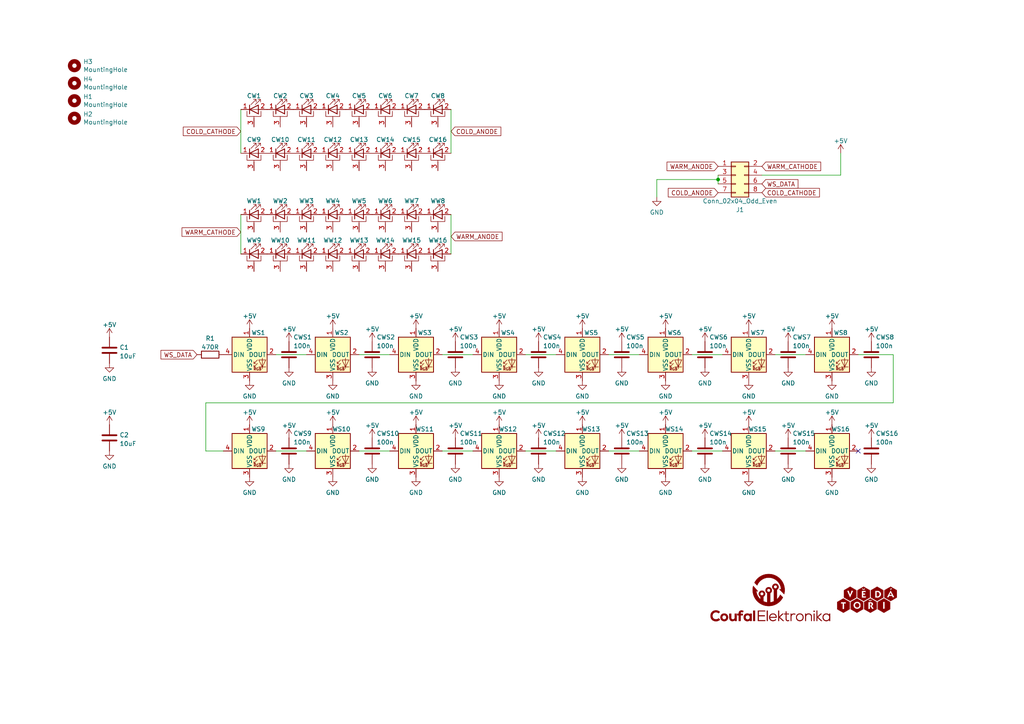
<source format=kicad_sch>
(kicad_sch (version 20230121) (generator eeschema)
  (paper "A4")
  (lib_symbols
    (symbol "Connector_Generic:Conn_02x04_Odd_Even" (pin_names (offset 1.016) hide)
      (property "Reference" "J" (at 1.27 5.08 0))
      (property "Value" "Conn_02x04_Odd_Even" (at 1.27 -7.62 0))
      (symbol "Conn_02x04_Odd_Even_1_1"
        (pin passive line (at -5.08 2.54 0) (length 3.81) (name "Pin_1") (number "1"))
        (pin passive line (at 7.62 2.54 180) (length 3.81) (name "Pin_2") (number "2"))
        (pin passive line (at -5.08 0 0) (length 3.81) (name "Pin_3") (number "3"))
        (pin passive line (at 7.62 0 180) (length 3.81) (name "Pin_4") (number "4"))
        (pin passive line (at -5.08 -2.54 0) (length 3.81) (name "Pin_5") (number "5"))
        (pin passive line (at 7.62 -2.54 180) (length 3.81) (name "Pin_6") (number "6"))
        (pin passive line (at -5.08 -5.08 0) (length 3.81) (name "Pin_7") (number "7"))
        (pin passive line (at 7.62 -5.08 180) (length 3.81) (name "Pin_8") (number "8"))
      )
    )
    (symbol "Device:C" (pin_numbers hide) (pin_names (offset 0.254))
      (property "Reference" "C" (at 0.635 2.54 0))
      (property "Value" "C" (at 0.635 -2.54 0))
      (symbol "C_1_1"
        (pin passive line (at 0 3.81 270) (length 2.794) (name "~") (number "1"))
        (pin passive line (at 0 -3.81 90) (length 2.794) (name "~") (number "2"))
      )
    )
    (symbol "Device:LED_Pad" (pin_names (offset 1.016) hide)
      (property "Reference" "D" (at 0 5.715 0))
      (property "Value" "LED_Pad" (at 0 3.81 0))
      (symbol "LED_Pad_1_1"
        (pin passive line (at -3.81 0 0) (length 2.54) (name "K") (number "1"))
        (pin passive line (at 3.81 0 180) (length 2.54) (name "A") (number "2"))
        (pin passive line (at 0 -5.08 90) (length 2.54) (name "PAD") (number "3"))
      )
    )
    (symbol "Device:R" (pin_numbers hide) (pin_names (offset 0))
      (property "Reference" "R" (at 2.032 0 90))
      (property "Value" "R" (at 0 0 90))
      (symbol "R_1_1"
        (pin passive line (at 0 3.81 270) (length 1.27) (name "~") (number "1"))
        (pin passive line (at 0 -3.81 90) (length 1.27) (name "~") (number "2"))
      )
    )
    (symbol "LED:WS2812B" (pin_names (offset 0.254))
      (property "Reference" "D" (at 5.08 5.715 0))
      (property "Value" "WS2812B" (at 1.27 -5.715 0))
      (symbol "WS2812B_0_0"
        (text "RGB" (at 2.286 -4.191 0) (effects (font (size 0.762 0.762))))
      )
      (symbol "WS2812B_1_1"
        (pin power_in line (at 0 7.62 270) (length 2.54) (name "VDD") (number "1"))
        (pin output line (at 7.62 0 180) (length 2.54) (name "DOUT") (number "2"))
        (pin power_in line (at 0 -7.62 90) (length 2.54) (name "VSS") (number "3"))
        (pin input line (at -7.62 0 0) (length 2.54) (name "DIN") (number "4"))
      )
    )
    (symbol "Mechanical:MountingHole" (pin_names (offset 1.016))
      (property "Reference" "H" (at 0 5.08 0))
      (property "Value" "MountingHole" (at 0 3.175 0))
    )
    (symbol "Time-O-Mat_Library:CoufalElektronika_logo" (pin_names (offset 1.016)))
    (symbol "Time-O-Mat_Library:Vedatori_logo" (pin_names (offset 1.016)))
    (symbol "power:+5V" (power) (pin_names (offset 0))
      (property "Value" "+5V" (at 0 3.556 0))
      (symbol "+5V_1_1"
        (pin power_in line (at 0 0 90) (length 0) hide (name "+5V") (number "1"))
      )
    )
    (symbol "power:GND" (power) (pin_names (offset 0))
      (property "Value" "GND" (at 0 -3.81 0))
      (symbol "GND_1_1"
        (pin power_in line (at 0 0 270) (length 0) hide (name "GND") (number "1"))
      )
    )
  )
  (junction (at 208.28 52.07))
  (no_connect (at 248.92 130.81))
  (wire (pts (xy 80.01 130.81) (xy 88.9 130.81)))
  (wire (pts (xy 208.28 52.07) (xy 208.28 50.8)))
  (wire (pts (xy 152.4 130.81) (xy 161.29 130.81)))
  (wire (pts (xy 200.66 102.87) (xy 209.55 102.87)))
  (wire (pts (xy 208.28 52.07) (xy 190.5 52.07)))
  (wire (pts (xy 243.84 44.45) (xy 243.84 50.8)))
  (wire (pts (xy 176.53 102.87) (xy 185.42 102.87)))
  (wire (pts (xy 152.4 102.87) (xy 161.29 102.87)))
  (wire (pts (xy 80.01 102.87) (xy 88.9 102.87)))
  (wire (pts (xy 59.69 116.84) (xy 59.69 130.81)))
  (wire (pts (xy 130.81 62.23) (xy 130.81 73.66)))
  (wire (pts (xy 243.84 50.8) (xy 220.98 50.8)))
  (wire (pts (xy 208.28 53.34) (xy 208.28 52.07)))
  (wire (pts (xy 190.5 52.07) (xy 190.5 57.15)))
  (wire (pts (xy 128.27 130.81) (xy 137.16 130.81)))
  (wire (pts (xy 59.69 130.81) (xy 64.77 130.81)))
  (wire (pts (xy 128.27 102.87) (xy 137.16 102.87)))
  (wire (pts (xy 176.53 130.81) (xy 185.42 130.81)))
  (wire (pts (xy 224.79 102.87) (xy 233.68 102.87)))
  (wire (pts (xy 130.81 31.75) (xy 130.81 44.45)))
  (wire (pts (xy 224.79 130.81) (xy 233.68 130.81)))
  (wire (pts (xy 259.08 102.87) (xy 259.08 116.84)))
  (wire (pts (xy 69.85 62.23) (xy 69.85 73.66)))
  (wire (pts (xy 104.14 102.87) (xy 113.03 102.87)))
  (wire (pts (xy 259.08 116.84) (xy 59.69 116.84)))
  (wire (pts (xy 104.14 130.81) (xy 113.03 130.81)))
  (wire (pts (xy 248.92 102.87) (xy 259.08 102.87)))
  (wire (pts (xy 69.85 31.75) (xy 69.85 44.45)))
  (wire (pts (xy 200.66 130.81) (xy 209.55 130.81)))
  (global_label "WARM_CATHODE" (shape input) (at 69.85 67.31 180) (property "Intersheetrefs" "${INTERSHEET_REFS}" (effects hide)))
  (global_label "WARM_ANODE" (shape input) (at 130.81 68.58 0) (property "Intersheetrefs" "${INTERSHEET_REFS}" (effects hide)))
  (global_label "COLD_CATHODE" (shape input) (at 69.85 38.1 180) (property "Intersheetrefs" "${INTERSHEET_REFS}" (effects hide)))
  (global_label "WARM_ANODE" (shape input) (at 208.28 48.26 180) (property "Intersheetrefs" "${INTERSHEET_REFS}" (effects hide)))
  (global_label "COLD_ANODE" (shape input) (at 208.28 55.88 180) (property "Intersheetrefs" "${INTERSHEET_REFS}" (effects hide)))
  (global_label "WS_DATA" (shape input) (at 220.98 53.34 0) (property "Intersheetrefs" "${INTERSHEET_REFS}" (effects hide)))
  (global_label "WS_DATA" (shape input) (at 57.15 102.87 180) (property "Intersheetrefs" "${INTERSHEET_REFS}" (effects hide)))
  (global_label "WARM_CATHODE" (shape input) (at 220.98 48.26 0) (property "Intersheetrefs" "${INTERSHEET_REFS}" (effects hide)))
  (global_label "COLD_CATHODE" (shape input) (at 220.98 55.88 0) (property "Intersheetrefs" "${INTERSHEET_REFS}" (effects hide)))
  (global_label "COLD_ANODE" (shape input) (at 130.81 38.1 0) (property "Intersheetrefs" "${INTERSHEET_REFS}" (effects hide)))
  (symbol (lib_id "LED:WS2812B") (at 72.39 102.87 0) (unit 1)
    (property "Reference" "WS1" (at 74.93 96.52 0))
    (property "Value" "XL-5050RGBC-WS2812B" (effects hide))
    (property "Footprint" "LED_SMD:LED_WS2812B_PLCC4_5.0x5.0mm_P3.2mm" (effects hide))
    (property "Datasheet" "https://cdn-shop.adafruit.com/datasheets/WS2812B.pdf" (effects hide))
    (property "LCSC" "C2843785" (effects hide))
  )
  (symbol (lib_id "power:GND") (at 132.08 106.68 0) (unit 1)
    (property "Reference" "#PWR019" (effects hide))
    (property "Value" "GND" (at 132.08 111.1234 0))
  )
  (symbol (lib_id "LED:WS2812B") (at 120.65 102.87 0) (unit 1)
    (property "Reference" "WS3" (at 123.19 96.52 0))
    (property "Value" "XL-5050RGBC-WS2812B" (effects hide))
    (property "Footprint" "LED_SMD:LED_WS2812B_PLCC4_5.0x5.0mm_P3.2mm" (effects hide))
    (property "Datasheet" "https://cdn-shop.adafruit.com/datasheets/WS2812B.pdf" (effects hide))
    (property "LCSC" "C2843785" (effects hide))
  )
  (symbol (lib_id "power:GND") (at 83.82 134.62 0) (unit 1)
    (property "Reference" "#PWR049" (effects hide))
    (property "Value" "GND" (at 83.82 139.0634 0))
  )
  (symbol (lib_id "Device:C") (at 252.73 130.81 0) (unit 1)
    (property "Reference" "CWS16" (at 254 125.73 0) (effects (justify left)))
    (property "Value" "100n" (at 254 128.2669 0) (effects (justify left)))
    (property "Footprint" "Capacitor_SMD:C_0402_1005Metric" (effects hide))
    (property "LCSC" "C1525" (effects hide))
  )
  (symbol (lib_id "Device:LED_Pad") (at 96.52 31.75 0) (unit 1)
    (property "Reference" "CW4" (at 96.52 27.7932 0))
    (property "Value" "HL-A-5730D1W-S1-08-HR3(LY)" (effects hide))
    (property "Footprint" "PaLampa_Library:HL-A-5730" (effects hide))
    (property "LCSC" "C210348" (effects hide))
  )
  (symbol (lib_id "Device:LED_Pad") (at 104.14 44.45 0) (unit 1)
    (property "Reference" "CW13" (at 104.14 40.4932 0))
    (property "Value" "HL-A-5730D1W-S1-08-HR3(LY)" (effects hide))
    (property "Footprint" "PaLampa_Library:HL-A-5730" (effects hide))
    (property "LCSC" "C210348" (effects hide))
  )
  (symbol (lib_id "Device:C") (at 132.08 102.87 0) (unit 1)
    (property "Reference" "CWS3" (at 133.35 97.79 0) (effects (justify left)))
    (property "Value" "100n" (at 133.35 100.3269 0) (effects (justify left)))
    (property "Footprint" "Capacitor_SMD:C_0402_1005Metric" (effects hide))
    (property "LCSC" "C1525" (effects hide))
  )
  (symbol (lib_id "Device:LED_Pad") (at 119.38 62.23 0) (unit 1)
    (property "Reference" "WW7" (at 119.38 58.2732 0))
    (property "Value" "HL-A-5730D34W-S1-08-HR3(LY)" (effects hide))
    (property "Footprint" "PaLampa_Library:HL-A-5730" (effects hide))
    (property "LCSC" "C210345" (effects hide))
  )
  (symbol (lib_id "power:+5V") (at 241.3 95.25 0) (unit 1)
    (property "Reference" "#PWR08" (effects hide))
    (property "Value" "+5V" (at 241.3 91.6742 0))
  )
  (symbol (lib_id "power:GND") (at 204.47 134.62 0) (unit 1)
    (property "Reference" "#PWR054" (effects hide))
    (property "Value" "GND" (at 204.47 139.0634 0))
  )
  (symbol (lib_id "Device:C") (at 204.47 102.87 0) (unit 1)
    (property "Reference" "CWS6" (at 205.74 97.79 0) (effects (justify left)))
    (property "Value" "100n" (at 205.74 100.3269 0) (effects (justify left)))
    (property "Footprint" "Capacitor_SMD:C_0402_1005Metric" (effects hide))
    (property "LCSC" "C1525" (effects hide))
  )
  (symbol (lib_id "Device:C") (at 132.08 130.81 0) (unit 1)
    (property "Reference" "CWS11" (at 133.35 125.73 0) (effects (justify left)))
    (property "Value" "100n" (at 133.35 128.2669 0) (effects (justify left)))
    (property "Footprint" "Capacitor_SMD:C_0402_1005Metric" (effects hide))
    (property "LCSC" "C1525" (effects hide))
  )
  (symbol (lib_id "power:GND") (at 252.73 106.68 0) (unit 1)
    (property "Reference" "#PWR024" (effects hide))
    (property "Value" "GND" (at 252.73 111.1234 0))
  )
  (symbol (lib_id "power:GND") (at 132.08 134.62 0) (unit 1)
    (property "Reference" "#PWR051" (effects hide))
    (property "Value" "GND" (at 132.08 139.0634 0))
  )
  (symbol (lib_id "Device:C") (at 31.75 101.6 0) (unit 1)
    (property "Reference" "C1" (at 34.671 100.7653 0) (effects (justify left)))
    (property "Value" "10uF" (at 34.671 103.3022 0) (effects (justify left)))
    (property "Footprint" "Capacitor_SMD:C_0603_1608Metric" (effects hide))
    (property "LCSC" "C19702" (effects hide))
  )
  (symbol (lib_id "Device:LED_Pad") (at 127 62.23 0) (unit 1)
    (property "Reference" "WW8" (at 127 58.2732 0))
    (property "Value" "HL-A-5730D34W-S1-08-HR3(LY)" (effects hide))
    (property "Footprint" "PaLampa_Library:HL-A-5730" (effects hide))
    (property "LCSC" "C210345" (effects hide))
  )
  (symbol (lib_id "power:+5V") (at 204.47 127 0) (unit 1)
    (property "Reference" "#PWR046" (effects hide))
    (property "Value" "+5V" (at 204.47 123.4242 0))
  )
  (symbol (lib_id "power:+5V") (at 180.34 127 0) (unit 1)
    (property "Reference" "#PWR045" (effects hide))
    (property "Value" "+5V" (at 180.34 123.4242 0))
  )
  (symbol (lib_id "power:+5V") (at 193.04 123.19 0) (unit 1)
    (property "Reference" "#PWR038" (effects hide))
    (property "Value" "+5V" (at 193.04 119.6142 0))
  )
  (symbol (lib_id "LED:WS2812B") (at 193.04 130.81 0) (unit 1)
    (property "Reference" "WS14" (at 195.58 124.46 0))
    (property "Value" "XL-5050RGBC-WS2812B" (effects hide))
    (property "Footprint" "LED_SMD:LED_WS2812B_PLCC4_5.0x5.0mm_P3.2mm" (effects hide))
    (property "Datasheet" "https://cdn-shop.adafruit.com/datasheets/WS2812B.pdf" (effects hide))
    (property "LCSC" "C2843785" (effects hide))
  )
  (symbol (lib_id "LED:WS2812B") (at 96.52 130.81 0) (unit 1)
    (property "Reference" "WS10" (at 99.06 124.46 0))
    (property "Value" "XL-5050RGBC-WS2812B" (effects hide))
    (property "Footprint" "LED_SMD:LED_WS2812B_PLCC4_5.0x5.0mm_P3.2mm" (effects hide))
    (property "Datasheet" "https://cdn-shop.adafruit.com/datasheets/WS2812B.pdf" (effects hide))
    (property "LCSC" "C2843785" (effects hide))
  )
  (symbol (lib_id "power:GND") (at 96.52 138.43 0) (unit 1)
    (property "Reference" "#PWR058" (effects hide))
    (property "Value" "GND" (at 96.52 142.8734 0))
  )
  (symbol (lib_id "Device:LED_Pad") (at 111.76 31.75 0) (unit 1)
    (property "Reference" "CW6" (at 111.76 27.7932 0))
    (property "Value" "HL-A-5730D1W-S1-08-HR3(LY)" (effects hide))
    (property "Footprint" "PaLampa_Library:HL-A-5730" (effects hide))
    (property "LCSC" "C210348" (effects hide))
  )
  (symbol (lib_id "power:GND") (at 107.95 134.62 0) (unit 1)
    (property "Reference" "#PWR050" (effects hide))
    (property "Value" "GND" (at 107.95 139.0634 0))
  )
  (symbol (lib_id "Mechanical:MountingHole") (at 21.59 34.29 0) (unit 1)
    (property "Reference" "H2" (at 24.13 33.1216 0) (effects (justify left)))
    (property "Value" "MountingHole" (at 24.13 35.433 0) (effects (justify left)))
    (property "Footprint" "MountingHole:MountingHole_3.2mm_M3" (effects hide))
  )
  (symbol (lib_id "power:GND") (at 241.3 138.43 0) (unit 1)
    (property "Reference" "#PWR064" (effects hide))
    (property "Value" "GND" (at 241.3 142.8734 0))
  )
  (symbol (lib_id "Device:LED_Pad") (at 81.28 62.23 0) (unit 1)
    (property "Reference" "WW2" (at 81.28 58.2732 0))
    (property "Value" "HL-A-5730D34W-S1-08-HR3(LY)" (effects hide))
    (property "Footprint" "PaLampa_Library:HL-A-5730" (effects hide))
    (property "LCSC" "C210345" (effects hide))
  )
  (symbol (lib_id "Device:LED_Pad") (at 96.52 44.45 0) (unit 1)
    (property "Reference" "CW12" (at 96.52 40.4932 0))
    (property "Value" "HL-A-5730D1W-S1-08-HR3(LY)" (effects hide))
    (property "Footprint" "PaLampa_Library:HL-A-5730" (effects hide))
    (property "LCSC" "C210348" (effects hide))
  )
  (symbol (lib_id "power:+5V") (at 144.78 123.19 0) (unit 1)
    (property "Reference" "#PWR036" (effects hide))
    (property "Value" "+5V" (at 144.78 119.6142 0))
  )
  (symbol (lib_id "Device:LED_Pad") (at 111.76 62.23 0) (unit 1)
    (property "Reference" "WW6" (at 111.76 58.2732 0))
    (property "Value" "HL-A-5730D34W-S1-08-HR3(LY)" (effects hide))
    (property "Footprint" "PaLampa_Library:HL-A-5730" (effects hide))
    (property "LCSC" "C210345" (effects hide))
  )
  (symbol (lib_id "power:+5V") (at 156.21 127 0) (unit 1)
    (property "Reference" "#PWR044" (effects hide))
    (property "Value" "+5V" (at 156.21 123.4242 0))
  )
  (symbol (lib_id "power:+5V") (at 107.95 127 0) (unit 1)
    (property "Reference" "#PWR042" (effects hide))
    (property "Value" "+5V" (at 107.95 123.4242 0))
  )
  (symbol (lib_id "Device:LED_Pad") (at 81.28 31.75 0) (unit 1)
    (property "Reference" "CW2" (at 81.28 27.7932 0))
    (property "Value" "HL-A-5730D1W-S1-08-HR3(LY)" (effects hide))
    (property "Footprint" "PaLampa_Library:HL-A-5730" (effects hide))
    (property "LCSC" "C210348" (effects hide))
  )
  (symbol (lib_id "power:+5V") (at 144.78 95.25 0) (unit 1)
    (property "Reference" "#PWR04" (effects hide))
    (property "Value" "+5V" (at 144.78 91.6742 0))
  )
  (symbol (lib_id "power:GND") (at 204.47 106.68 0) (unit 1)
    (property "Reference" "#PWR022" (effects hide))
    (property "Value" "GND" (at 204.47 111.1234 0))
  )
  (symbol (lib_id "Device:LED_Pad") (at 88.9 44.45 0) (unit 1)
    (property "Reference" "CW11" (at 88.9 40.4932 0))
    (property "Value" "HL-A-5730D1W-S1-08-HR3(LY)" (effects hide))
    (property "Footprint" "PaLampa_Library:HL-A-5730" (effects hide))
    (property "LCSC" "C210348" (effects hide))
  )
  (symbol (lib_id "Mechanical:MountingHole") (at 21.59 19.05 0) (unit 1)
    (property "Reference" "H3" (at 24.13 17.8816 0) (effects (justify left)))
    (property "Value" "MountingHole" (at 24.13 20.193 0) (effects (justify left)))
    (property "Footprint" "MountingHole:MountingHole_3.2mm_M3" (effects hide))
  )
  (symbol (lib_id "Device:C") (at 31.75 127 0) (unit 1)
    (property "Reference" "C2" (at 34.671 126.1653 0) (effects (justify left)))
    (property "Value" "10uF" (at 34.671 128.7022 0) (effects (justify left)))
    (property "Footprint" "Capacitor_SMD:C_0603_1608Metric" (effects hide))
    (property "LCSC" "C19702" (effects hide))
  )
  (symbol (lib_id "power:GND") (at 31.75 105.41 0) (unit 1)
    (property "Reference" "#PWR0104" (effects hide))
    (property "Value" "GND" (at 31.75 109.8534 0))
  )
  (symbol (lib_id "power:GND") (at 193.04 138.43 0) (unit 1)
    (property "Reference" "#PWR062" (effects hide))
    (property "Value" "GND" (at 193.04 142.8734 0))
  )
  (symbol (lib_id "power:GND") (at 72.39 110.49 0) (unit 1)
    (property "Reference" "#PWR025" (effects hide))
    (property "Value" "GND" (at 72.39 114.9334 0))
  )
  (symbol (lib_id "Time-O-Mat_Library:Vedatori_logo") (at 251.46 173.99 0) (unit 1)
    (property "Reference" "G2" (effects hide))
    (property "Value" "Vedatori_logo" (effects hide))
    (property "Footprint" "PaLampa_Library:Vedatori_15mm" (effects hide))
  )
  (symbol (lib_id "Mechanical:MountingHole") (at 21.59 24.13 0) (unit 1)
    (property "Reference" "H4" (at 24.13 22.9616 0) (effects (justify left)))
    (property "Value" "MountingHole" (at 24.13 25.273 0) (effects (justify left)))
    (property "Footprint" "MountingHole:MountingHole_3.2mm_M3" (effects hide))
  )
  (symbol (lib_id "Device:LED_Pad") (at 119.38 44.45 0) (unit 1)
    (property "Reference" "CW15" (at 119.38 40.4932 0))
    (property "Value" "HL-A-5730D1W-S1-08-HR3(LY)" (effects hide))
    (property "Footprint" "PaLampa_Library:HL-A-5730" (effects hide))
    (property "LCSC" "C210348" (effects hide))
  )
  (symbol (lib_id "LED:WS2812B") (at 168.91 102.87 0) (unit 1)
    (property "Reference" "WS5" (at 171.45 96.52 0))
    (property "Value" "XL-5050RGBC-WS2812B" (effects hide))
    (property "Footprint" "LED_SMD:LED_WS2812B_PLCC4_5.0x5.0mm_P3.2mm" (effects hide))
    (property "Datasheet" "https://cdn-shop.adafruit.com/datasheets/WS2812B.pdf" (effects hide))
    (property "LCSC" "C2843785" (effects hide))
  )
  (symbol (lib_id "power:+5V") (at 217.17 123.19 0) (unit 1)
    (property "Reference" "#PWR039" (effects hide))
    (property "Value" "+5V" (at 217.17 119.6142 0))
  )
  (symbol (lib_id "Device:C") (at 83.82 130.81 0) (unit 1)
    (property "Reference" "CWS9" (at 85.09 125.73 0) (effects (justify left)))
    (property "Value" "100n" (at 85.09 128.2669 0) (effects (justify left)))
    (property "Footprint" "Capacitor_SMD:C_0402_1005Metric" (effects hide))
    (property "LCSC" "C1525" (effects hide))
  )
  (symbol (lib_id "Device:LED_Pad") (at 73.66 44.45 0) (unit 1)
    (property "Reference" "CW9" (at 73.66 40.4932 0))
    (property "Value" "HL-A-5730D1W-S1-08-HR3(LY)" (effects hide))
    (property "Footprint" "PaLampa_Library:HL-A-5730" (effects hide))
    (property "LCSC" "C210348" (effects hide))
  )
  (symbol (lib_id "LED:WS2812B") (at 241.3 102.87 0) (unit 1)
    (property "Reference" "WS8" (at 243.84 96.52 0))
    (property "Value" "XL-5050RGBC-WS2812B" (effects hide))
    (property "Footprint" "LED_SMD:LED_WS2812B_PLCC4_5.0x5.0mm_P3.2mm" (effects hide))
    (property "Datasheet" "https://cdn-shop.adafruit.com/datasheets/WS2812B.pdf" (effects hide))
    (property "LCSC" "C2843785" (effects hide))
  )
  (symbol (lib_id "power:GND") (at 31.75 130.81 0) (unit 1)
    (property "Reference" "#PWR0103" (effects hide))
    (property "Value" "GND" (at 31.75 135.2534 0))
  )
  (symbol (lib_id "power:+5V") (at 120.65 95.25 0) (unit 1)
    (property "Reference" "#PWR03" (effects hide))
    (property "Value" "+5V" (at 120.65 91.6742 0))
  )
  (symbol (lib_id "power:+5V") (at 168.91 123.19 0) (unit 1)
    (property "Reference" "#PWR037" (effects hide))
    (property "Value" "+5V" (at 168.91 119.6142 0))
  )
  (symbol (lib_id "Device:C") (at 228.6 130.81 0) (unit 1)
    (property "Reference" "CWS15" (at 229.87 125.73 0) (effects (justify left)))
    (property "Value" "100n" (at 229.87 128.2669 0) (effects (justify left)))
    (property "Footprint" "Capacitor_SMD:C_0402_1005Metric" (effects hide))
    (property "LCSC" "C1525" (effects hide))
  )
  (symbol (lib_id "power:+5V") (at 243.84 44.45 0) (unit 1)
    (property "Reference" "#PWR0102" (effects hide))
    (property "Value" "+5V" (at 243.84 40.8742 0))
  )
  (symbol (lib_id "Device:C") (at 228.6 102.87 0) (unit 1)
    (property "Reference" "CWS7" (at 229.87 97.79 0) (effects (justify left)))
    (property "Value" "100n" (at 229.87 100.3269 0) (effects (justify left)))
    (property "Footprint" "Capacitor_SMD:C_0402_1005Metric" (effects hide))
    (property "LCSC" "C1525" (effects hide))
  )
  (symbol (lib_id "Device:C") (at 107.95 102.87 0) (unit 1)
    (property "Reference" "CWS2" (at 109.22 97.79 0) (effects (justify left)))
    (property "Value" "100n" (at 109.22 100.3269 0) (effects (justify left)))
    (property "Footprint" "Capacitor_SMD:C_0402_1005Metric" (effects hide))
    (property "LCSC" "C1525" (effects hide))
  )
  (symbol (lib_id "power:GND") (at 144.78 138.43 0) (unit 1)
    (property "Reference" "#PWR060" (effects hide))
    (property "Value" "GND" (at 144.78 142.8734 0))
  )
  (symbol (lib_id "power:GND") (at 156.21 134.62 0) (unit 1)
    (property "Reference" "#PWR052" (effects hide))
    (property "Value" "GND" (at 156.21 139.0634 0))
  )
  (symbol (lib_id "power:+5V") (at 31.75 97.79 0) (unit 1)
    (property "Reference" "#PWR0105" (effects hide))
    (property "Value" "+5V" (at 31.75 94.2142 0))
  )
  (symbol (lib_id "power:+5V") (at 31.75 123.19 0) (unit 1)
    (property "Reference" "#PWR0106" (effects hide))
    (property "Value" "+5V" (at 31.75 119.6142 0))
  )
  (symbol (lib_id "power:GND") (at 83.82 106.68 0) (unit 1)
    (property "Reference" "#PWR017" (effects hide))
    (property "Value" "GND" (at 83.82 111.1234 0))
  )
  (symbol (lib_id "power:+5V") (at 83.82 127 0) (unit 1)
    (property "Reference" "#PWR041" (effects hide))
    (property "Value" "+5V" (at 83.82 123.4242 0))
  )
  (symbol (lib_id "LED:WS2812B") (at 241.3 130.81 0) (unit 1)
    (property "Reference" "WS16" (at 243.84 124.46 0))
    (property "Value" "XL-5050RGBC-WS2812B" (effects hide))
    (property "Footprint" "LED_SMD:LED_WS2812B_PLCC4_5.0x5.0mm_P3.2mm" (effects hide))
    (property "Datasheet" "https://cdn-shop.adafruit.com/datasheets/WS2812B.pdf" (effects hide))
    (property "LCSC" "C2843785" (effects hide))
  )
  (symbol (lib_id "Mechanical:MountingHole") (at 21.59 29.21 0) (unit 1)
    (property "Reference" "H1" (at 24.13 28.0416 0) (effects (justify left)))
    (property "Value" "MountingHole" (at 24.13 30.353 0) (effects (justify left)))
    (property "Footprint" "MountingHole:MountingHole_3.2mm_M3" (effects hide))
  )
  (symbol (lib_id "LED:WS2812B") (at 168.91 130.81 0) (unit 1)
    (property "Reference" "WS13" (at 171.45 124.46 0))
    (property "Value" "XL-5050RGBC-WS2812B" (effects hide))
    (property "Footprint" "LED_SMD:LED_WS2812B_PLCC4_5.0x5.0mm_P3.2mm" (effects hide))
    (property "Datasheet" "https://cdn-shop.adafruit.com/datasheets/WS2812B.pdf" (effects hide))
    (property "LCSC" "C2843785" (effects hide))
  )
  (symbol (lib_id "power:GND") (at 120.65 138.43 0) (unit 1)
    (property "Reference" "#PWR059" (effects hide))
    (property "Value" "GND" (at 120.65 142.8734 0))
  )
  (symbol (lib_id "power:+5V") (at 228.6 99.06 0) (unit 1)
    (property "Reference" "#PWR015" (effects hide))
    (property "Value" "+5V" (at 228.6 95.4842 0))
  )
  (symbol (lib_id "Device:LED_Pad") (at 111.76 44.45 0) (unit 1)
    (property "Reference" "CW14" (at 111.76 40.4932 0))
    (property "Value" "HL-A-5730D1W-S1-08-HR3(LY)" (effects hide))
    (property "Footprint" "PaLampa_Library:HL-A-5730" (effects hide))
    (property "LCSC" "C210348" (effects hide))
  )
  (symbol (lib_id "power:+5V") (at 168.91 95.25 0) (unit 1)
    (property "Reference" "#PWR05" (effects hide))
    (property "Value" "+5V" (at 168.91 91.6742 0))
  )
  (symbol (lib_id "power:GND") (at 180.34 106.68 0) (unit 1)
    (property "Reference" "#PWR021" (effects hide))
    (property "Value" "GND" (at 180.34 111.1234 0))
  )
  (symbol (lib_id "power:GND") (at 252.73 134.62 0) (unit 1)
    (property "Reference" "#PWR056" (effects hide))
    (property "Value" "GND" (at 252.73 139.0634 0))
  )
  (symbol (lib_id "Device:C") (at 180.34 130.81 0) (unit 1)
    (property "Reference" "CWS13" (at 181.61 125.73 0) (effects (justify left)))
    (property "Value" "100n" (at 181.61 128.2669 0) (effects (justify left)))
    (property "Footprint" "Capacitor_SMD:C_0402_1005Metric" (effects hide))
    (property "LCSC" "C1525" (effects hide))
  )
  (symbol (lib_id "power:GND") (at 217.17 138.43 0) (unit 1)
    (property "Reference" "#PWR063" (effects hide))
    (property "Value" "GND" (at 217.17 142.8734 0))
  )
  (symbol (lib_id "power:GND") (at 168.91 138.43 0) (unit 1)
    (property "Reference" "#PWR061" (effects hide))
    (property "Value" "GND" (at 168.91 142.8734 0))
  )
  (symbol (lib_id "power:+5V") (at 72.39 95.25 0) (unit 1)
    (property "Reference" "#PWR01" (effects hide))
    (property "Value" "+5V" (at 72.39 91.6742 0))
  )
  (symbol (lib_id "power:+5V") (at 180.34 99.06 0) (unit 1)
    (property "Reference" "#PWR013" (effects hide))
    (property "Value" "+5V" (at 180.34 95.4842 0))
  )
  (symbol (lib_id "Device:LED_Pad") (at 96.52 73.66 0) (unit 1)
    (property "Reference" "WW12" (at 96.52 69.7032 0))
    (property "Value" "HL-A-5730D34W-S1-08-HR3(LY)" (effects hide))
    (property "Footprint" "PaLampa_Library:HL-A-5730" (effects hide))
    (property "LCSC" "C210345" (effects hide))
  )
  (symbol (lib_id "Device:LED_Pad") (at 73.66 31.75 0) (unit 1)
    (property "Reference" "CW1" (at 73.66 27.7932 0))
    (property "Value" "HL-A-5730D1W-S1-08-HR3(LY)" (effects hide))
    (property "Footprint" "PaLampa_Library:HL-A-5730" (effects hide))
    (property "LCSC" "C210348" (effects hide))
  )
  (symbol (lib_id "power:+5V") (at 228.6 127 0) (unit 1)
    (property "Reference" "#PWR047" (effects hide))
    (property "Value" "+5V" (at 228.6 123.4242 0))
  )
  (symbol (lib_id "Device:LED_Pad") (at 88.9 73.66 0) (unit 1)
    (property "Reference" "WW11" (at 88.9 69.7032 0))
    (property "Value" "HL-A-5730D34W-S1-08-HR3(LY)" (effects hide))
    (property "Footprint" "PaLampa_Library:HL-A-5730" (effects hide))
    (property "LCSC" "C210345" (effects hide))
  )
  (symbol (lib_id "power:GND") (at 107.95 106.68 0) (unit 1)
    (property "Reference" "#PWR018" (effects hide))
    (property "Value" "GND" (at 107.95 111.1234 0))
  )
  (symbol (lib_id "Device:LED_Pad") (at 81.28 44.45 0) (unit 1)
    (property "Reference" "CW10" (at 81.28 40.4932 0))
    (property "Value" "HL-A-5730D1W-S1-08-HR3(LY)" (effects hide))
    (property "Footprint" "PaLampa_Library:HL-A-5730" (effects hide))
    (property "LCSC" "C210348" (effects hide))
  )
  (symbol (lib_id "Device:LED_Pad") (at 88.9 31.75 0) (unit 1)
    (property "Reference" "CW3" (at 88.9 27.7932 0))
    (property "Value" "HL-A-5730D1W-S1-08-HR3(LY)" (effects hide))
    (property "Footprint" "PaLampa_Library:HL-A-5730" (effects hide))
    (property "LCSC" "C210348" (effects hide))
  )
  (symbol (lib_id "LED:WS2812B") (at 72.39 130.81 0) (unit 1)
    (property "Reference" "WS9" (at 74.93 124.46 0))
    (property "Value" "XL-5050RGBC-WS2812B" (effects hide))
    (property "Footprint" "LED_SMD:LED_WS2812B_PLCC4_5.0x5.0mm_P3.2mm" (effects hide))
    (property "Datasheet" "https://cdn-shop.adafruit.com/datasheets/WS2812B.pdf" (effects hide))
    (property "LCSC" "C2843785" (effects hide))
  )
  (symbol (lib_id "Device:C") (at 156.21 102.87 0) (unit 1)
    (property "Reference" "CWS4" (at 157.48 97.79 0) (effects (justify left)))
    (property "Value" "100n" (at 157.48 100.3269 0) (effects (justify left)))
    (property "Footprint" "Capacitor_SMD:C_0402_1005Metric" (effects hide))
    (property "LCSC" "C1525" (effects hide))
  )
  (symbol (lib_id "Device:LED_Pad") (at 88.9 62.23 0) (unit 1)
    (property "Reference" "WW3" (at 88.9 58.2732 0))
    (property "Value" "HL-A-5730D34W-S1-08-HR3(LY)" (effects hide))
    (property "Footprint" "PaLampa_Library:HL-A-5730" (effects hide))
    (property "LCSC" "C210345" (effects hide))
  )
  (symbol (lib_id "Device:C") (at 156.21 130.81 0) (unit 1)
    (property "Reference" "CWS12" (at 157.48 125.73 0) (effects (justify left)))
    (property "Value" "100n" (at 157.48 128.2669 0) (effects (justify left)))
    (property "Footprint" "Capacitor_SMD:C_0402_1005Metric" (effects hide))
    (property "LCSC" "C1525" (effects hide))
  )
  (symbol (lib_id "power:+5V") (at 107.95 99.06 0) (unit 1)
    (property "Reference" "#PWR010" (effects hide))
    (property "Value" "+5V" (at 107.95 95.4842 0))
  )
  (symbol (lib_id "LED:WS2812B") (at 217.17 102.87 0) (unit 1)
    (property "Reference" "WS7" (at 219.71 96.52 0))
    (property "Value" "XL-5050RGBC-WS2812B" (effects hide))
    (property "Footprint" "LED_SMD:LED_WS2812B_PLCC4_5.0x5.0mm_P3.2mm" (effects hide))
    (property "Datasheet" "https://cdn-shop.adafruit.com/datasheets/WS2812B.pdf" (effects hide))
    (property "LCSC" "C2843785" (effects hide))
  )
  (symbol (lib_id "LED:WS2812B") (at 144.78 130.81 0) (unit 1)
    (property "Reference" "WS12" (at 147.32 124.46 0))
    (property "Value" "XL-5050RGBC-WS2812B" (effects hide))
    (property "Footprint" "LED_SMD:LED_WS2812B_PLCC4_5.0x5.0mm_P3.2mm" (effects hide))
    (property "Datasheet" "https://cdn-shop.adafruit.com/datasheets/WS2812B.pdf" (effects hide))
    (property "LCSC" "C2843785" (effects hide))
  )
  (symbol (lib_id "Connector_Generic:Conn_02x04_Odd_Even") (at 213.36 50.8 0) (unit 1)
    (property "Reference" "J1" (at 214.63 60.8498 0))
    (property "Value" "Conn_02x04_Odd_Even" (at 214.63 58.3129 0))
    (property "Footprint" "Connector_IDC:IDC-Header_2x04_P2.54mm_Horizontal" (effects hide))
  )
  (symbol (lib_id "power:+5V") (at 204.47 99.06 0) (unit 1)
    (property "Reference" "#PWR014" (effects hide))
    (property "Value" "+5V" (at 204.47 95.4842 0))
  )
  (symbol (lib_id "power:GND") (at 180.34 134.62 0) (unit 1)
    (property "Reference" "#PWR053" (effects hide))
    (property "Value" "GND" (at 180.34 139.0634 0))
  )
  (symbol (lib_id "power:+5V") (at 83.82 99.06 0) (unit 1)
    (property "Reference" "#PWR09" (effects hide))
    (property "Value" "+5V" (at 83.82 95.4842 0))
  )
  (symbol (lib_id "Device:C") (at 252.73 102.87 0) (unit 1)
    (property "Reference" "CWS8" (at 254 97.79 0) (effects (justify left)))
    (property "Value" "100n" (at 254 100.3269 0) (effects (justify left)))
    (property "Footprint" "Capacitor_SMD:C_0402_1005Metric" (effects hide))
    (property "LCSC" "C1525" (effects hide))
  )
  (symbol (lib_id "Device:LED_Pad") (at 119.38 31.75 0) (unit 1)
    (property "Reference" "CW7" (at 119.38 27.7932 0))
    (property "Value" "HL-A-5730D1W-S1-08-HR3(LY)" (effects hide))
    (property "Footprint" "PaLampa_Library:HL-A-5730" (effects hide))
    (property "LCSC" "C210348" (effects hide))
  )
  (symbol (lib_id "Device:LED_Pad") (at 127 31.75 0) (unit 1)
    (property "Reference" "CW8" (at 127 27.7932 0))
    (property "Value" "HL-A-5730D1W-S1-08-HR3(LY)" (effects hide))
    (property "Footprint" "PaLampa_Library:HL-A-5730" (effects hide))
    (property "LCSC" "C210348" (effects hide))
  )
  (symbol (lib_id "power:GND") (at 217.17 110.49 0) (unit 1)
    (property "Reference" "#PWR031" (effects hide))
    (property "Value" "GND" (at 217.17 114.9334 0))
  )
  (symbol (lib_id "Device:LED_Pad") (at 73.66 62.23 0) (unit 1)
    (property "Reference" "WW1" (at 73.66 58.2732 0))
    (property "Value" "HL-A-5730D34W-S1-08-HR3(LY)" (effects hide))
    (property "Footprint" "PaLampa_Library:HL-A-5730" (effects hide))
    (property "LCSC" "C210345" (effects hide))
  )
  (symbol (lib_id "Device:C") (at 107.95 130.81 0) (unit 1)
    (property "Reference" "CWS10" (at 109.22 125.73 0) (effects (justify left)))
    (property "Value" "100n" (at 109.22 128.2669 0) (effects (justify left)))
    (property "Footprint" "Capacitor_SMD:C_0402_1005Metric" (effects hide))
    (property "LCSC" "C1525" (effects hide))
  )
  (symbol (lib_id "power:+5V") (at 156.21 99.06 0) (unit 1)
    (property "Reference" "#PWR012" (effects hide))
    (property "Value" "+5V" (at 156.21 95.4842 0))
  )
  (symbol (lib_id "Device:LED_Pad") (at 104.14 31.75 0) (unit 1)
    (property "Reference" "CW5" (at 104.14 27.7932 0))
    (property "Value" "HL-A-5730D1W-S1-08-HR3(LY)" (effects hide))
    (property "Footprint" "PaLampa_Library:HL-A-5730" (effects hide))
    (property "LCSC" "C210348" (effects hide))
  )
  (symbol (lib_id "power:+5V") (at 132.08 99.06 0) (unit 1)
    (property "Reference" "#PWR011" (effects hide))
    (property "Value" "+5V" (at 132.08 95.4842 0))
  )
  (symbol (lib_id "power:GND") (at 241.3 110.49 0) (unit 1)
    (property "Reference" "#PWR032" (effects hide))
    (property "Value" "GND" (at 241.3 114.9334 0))
  )
  (symbol (lib_id "LED:WS2812B") (at 217.17 130.81 0) (unit 1)
    (property "Reference" "WS15" (at 219.71 124.46 0))
    (property "Value" "XL-5050RGBC-WS2812B" (effects hide))
    (property "Footprint" "LED_SMD:LED_WS2812B_PLCC4_5.0x5.0mm_P3.2mm" (effects hide))
    (property "Datasheet" "https://cdn-shop.adafruit.com/datasheets/WS2812B.pdf" (effects hide))
    (property "LCSC" "C2843785" (effects hide))
  )
  (symbol (lib_id "power:+5V") (at 96.52 95.25 0) (unit 1)
    (property "Reference" "#PWR02" (effects hide))
    (property "Value" "+5V" (at 96.52 91.6742 0))
  )
  (symbol (lib_id "Device:LED_Pad") (at 111.76 73.66 0) (unit 1)
    (property "Reference" "WW14" (at 111.76 69.7032 0))
    (property "Value" "HL-A-5730D34W-S1-08-HR3(LY)" (effects hide))
    (property "Footprint" "PaLampa_Library:HL-A-5730" (effects hide))
    (property "LCSC" "C210345" (effects hide))
  )
  (symbol (lib_id "Time-O-Mat_Library:CoufalElektronika_logo") (at 223.52 173.99 0) (unit 1)
    (property "Reference" "G1" (effects hide))
    (property "Value" "CoufalElektronika_logo" (effects hide))
    (property "Footprint" "PaLampa_Library:Coufal_elektronika_text_30x13mm" (effects hide))
  )
  (symbol (lib_id "power:GND") (at 193.04 110.49 0) (unit 1)
    (property "Reference" "#PWR030" (effects hide))
    (property "Value" "GND" (at 193.04 114.9334 0))
  )
  (symbol (lib_id "LED:WS2812B") (at 144.78 102.87 0) (unit 1)
    (property "Reference" "WS4" (at 147.32 96.52 0))
    (property "Value" "XL-5050RGBC-WS2812B" (effects hide))
    (property "Footprint" "LED_SMD:LED_WS2812B_PLCC4_5.0x5.0mm_P3.2mm" (effects hide))
    (property "Datasheet" "https://cdn-shop.adafruit.com/datasheets/WS2812B.pdf" (effects hide))
    (property "LCSC" "C2843785" (effects hide))
  )
  (symbol (lib_id "Device:C") (at 204.47 130.81 0) (unit 1)
    (property "Reference" "CWS14" (at 205.74 125.73 0) (effects (justify left)))
    (property "Value" "100n" (at 205.74 128.2669 0) (effects (justify left)))
    (property "Footprint" "Capacitor_SMD:C_0402_1005Metric" (effects hide))
    (property "LCSC" "C1525" (effects hide))
  )
  (symbol (lib_id "power:+5V") (at 217.17 95.25 0) (unit 1)
    (property "Reference" "#PWR07" (effects hide))
    (property "Value" "+5V" (at 217.17 91.6742 0))
  )
  (symbol (lib_id "power:GND") (at 228.6 134.62 0) (unit 1)
    (property "Reference" "#PWR055" (effects hide))
    (property "Value" "GND" (at 228.6 139.0634 0))
  )
  (symbol (lib_id "power:+5V") (at 132.08 127 0) (unit 1)
    (property "Reference" "#PWR043" (effects hide))
    (property "Value" "+5V" (at 132.08 123.4242 0))
  )
  (symbol (lib_id "LED:WS2812B") (at 96.52 102.87 0) (unit 1)
    (property "Reference" "WS2" (at 99.06 96.52 0))
    (property "Value" "XL-5050RGBC-WS2812B" (effects hide))
    (property "Footprint" "LED_SMD:LED_WS2812B_PLCC4_5.0x5.0mm_P3.2mm" (effects hide))
    (property "Datasheet" "https://cdn-shop.adafruit.com/datasheets/WS2812B.pdf" (effects hide))
    (property "LCSC" "C2843785" (effects hide))
  )
  (symbol (lib_id "Device:LED_Pad") (at 104.14 62.23 0) (unit 1)
    (property "Reference" "WW5" (at 104.14 58.2732 0))
    (property "Value" "HL-A-5730D34W-S1-08-HR3(LY)" (effects hide))
    (property "Footprint" "PaLampa_Library:HL-A-5730" (effects hide))
    (property "LCSC" "C210345" (effects hide))
  )
  (symbol (lib_id "LED:WS2812B") (at 193.04 102.87 0) (unit 1)
    (property "Reference" "WS6" (at 195.58 96.52 0))
    (property "Value" "XL-5050RGBC-WS2812B" (effects hide))
    (property "Footprint" "LED_SMD:LED_WS2812B_PLCC4_5.0x5.0mm_P3.2mm" (effects hide))
    (property "Datasheet" "https://cdn-shop.adafruit.com/datasheets/WS2812B.pdf" (effects hide))
    (property "LCSC" "C2843785" (effects hide))
  )
  (symbol (lib_id "Device:LED_Pad") (at 73.66 73.66 0) (unit 1)
    (property "Reference" "WW9" (at 73.66 69.7032 0))
    (property "Value" "HL-A-5730D34W-S1-08-HR3(LY)" (effects hide))
    (property "Footprint" "PaLampa_Library:HL-A-5730" (effects hide))
    (property "LCSC" "C210345" (effects hide))
  )
  (symbol (lib_id "Device:LED_Pad") (at 127 44.45 0) (unit 1)
    (property "Reference" "CW16" (at 127 40.4932 0))
    (property "Value" "HL-A-5730D1W-S1-08-HR3(LY)" (effects hide))
    (property "Footprint" "PaLampa_Library:HL-A-5730" (effects hide))
    (property "LCSC" "C210348" (effects hide))
  )
  (symbol (lib_id "power:GND") (at 190.5 57.15 0) (unit 1)
    (property "Reference" "#PWR0101" (effects hide))
    (property "Value" "GND" (at 190.5 61.5934 0))
  )
  (symbol (lib_id "Device:LED_Pad") (at 119.38 73.66 0) (unit 1)
    (property "Reference" "WW15" (at 119.38 69.7032 0))
    (property "Value" "HL-A-5730D34W-S1-08-HR3(LY)" (effects hide))
    (property "Footprint" "PaLampa_Library:HL-A-5730" (effects hide))
    (property "LCSC" "C210345" (effects hide))
  )
  (symbol (lib_id "power:+5V") (at 96.52 123.19 0) (unit 1)
    (property "Reference" "#PWR034" (effects hide))
    (property "Value" "+5V" (at 96.52 119.6142 0))
  )
  (symbol (lib_id "power:GND") (at 228.6 106.68 0) (unit 1)
    (property "Reference" "#PWR023" (effects hide))
    (property "Value" "GND" (at 228.6 111.1234 0))
  )
  (symbol (lib_id "power:GND") (at 96.52 110.49 0) (unit 1)
    (property "Reference" "#PWR026" (effects hide))
    (property "Value" "GND" (at 96.52 114.9334 0))
  )
  (symbol (lib_id "power:GND") (at 144.78 110.49 0) (unit 1)
    (property "Reference" "#PWR028" (effects hide))
    (property "Value" "GND" (at 144.78 114.9334 0))
  )
  (symbol (lib_id "power:GND") (at 156.21 106.68 0) (unit 1)
    (property "Reference" "#PWR020" (effects hide))
    (property "Value" "GND" (at 156.21 111.1234 0))
  )
  (symbol (lib_id "Device:C") (at 83.82 102.87 0) (unit 1)
    (property "Reference" "CWS1" (at 85.09 97.79 0) (effects (justify left)))
    (property "Value" "100n" (at 85.09 100.3269 0) (effects (justify left)))
    (property "Footprint" "Capacitor_SMD:C_0402_1005Metric" (effects hide))
    (property "LCSC" "C1525" (effects hide))
  )
  (symbol (lib_id "Device:C") (at 180.34 102.87 0) (unit 1)
    (property "Reference" "CWS5" (at 181.61 97.79 0) (effects (justify left)))
    (property "Value" "100n" (at 181.61 100.3269 0) (effects (justify left)))
    (property "Footprint" "Capacitor_SMD:C_0402_1005Metric" (effects hide))
    (property "LCSC" "C1525" (effects hide))
  )
  (symbol (lib_id "power:+5V") (at 193.04 95.25 0) (unit 1)
    (property "Reference" "#PWR06" (effects hide))
    (property "Value" "+5V" (at 193.04 91.6742 0))
  )
  (symbol (lib_id "power:+5V") (at 252.73 127 0) (unit 1)
    (property "Reference" "#PWR048" (effects hide))
    (property "Value" "+5V" (at 252.73 123.4242 0))
  )
  (symbol (lib_id "Device:LED_Pad") (at 81.28 73.66 0) (unit 1)
    (property "Reference" "WW10" (at 81.28 69.7032 0))
    (property "Value" "HL-A-5730D34W-S1-08-HR3(LY)" (effects hide))
    (property "Footprint" "PaLampa_Library:HL-A-5730" (effects hide))
    (property "LCSC" "C210345" (effects hide))
  )
  (symbol (lib_id "power:GND") (at 120.65 110.49 0) (unit 1)
    (property "Reference" "#PWR027" (effects hide))
    (property "Value" "GND" (at 120.65 114.9334 0))
  )
  (symbol (lib_id "Device:R") (at 60.96 102.87 90) (unit 1)
    (property "Reference" "R1" (at 60.96 98.1542 90))
    (property "Value" "470R" (at 60.96 100.6911 90))
    (property "Footprint" "Resistor_SMD:R_0402_1005Metric" (effects hide))
    (property "LCSC" "C25117" (effects hide))
  )
  (symbol (lib_id "power:+5V") (at 252.73 99.06 0) (unit 1)
    (property "Reference" "#PWR016" (effects hide))
    (property "Value" "+5V" (at 252.73 95.4842 0))
  )
  (symbol (lib_id "power:GND") (at 72.39 138.43 0) (unit 1)
    (property "Reference" "#PWR057" (effects hide))
    (property "Value" "GND" (at 72.39 142.8734 0))
  )
  (symbol (lib_id "power:GND") (at 168.91 110.49 0) (unit 1)
    (property "Reference" "#PWR029" (effects hide))
    (property "Value" "GND" (at 168.91 114.9334 0))
  )
  (symbol (lib_id "Device:LED_Pad") (at 127 73.66 0) (unit 1)
    (property "Reference" "WW16" (at 127 69.7032 0))
    (property "Value" "HL-A-5730D34W-S1-08-HR3(LY)" (effects hide))
    (property "Footprint" "PaLampa_Library:HL-A-5730" (effects hide))
    (property "LCSC" "C210345" (effects hide))
  )
  (symbol (lib_id "power:+5V") (at 72.39 123.19 0) (unit 1)
    (property "Reference" "#PWR033" (effects hide))
    (property "Value" "+5V" (at 72.39 119.6142 0))
  )
  (symbol (lib_id "Device:LED_Pad") (at 104.14 73.66 0) (unit 1)
    (property "Reference" "WW13" (at 104.14 69.7032 0))
    (property "Value" "HL-A-5730D34W-S1-08-HR3(LY)" (effects hide))
    (property "Footprint" "PaLampa_Library:HL-A-5730" (effects hide))
    (property "LCSC" "C210345" (effects hide))
  )
  (symbol (lib_id "LED:WS2812B") (at 120.65 130.81 0) (unit 1)
    (property "Reference" "WS11" (at 123.19 124.46 0))
    (property "Value" "XL-5050RGBC-WS2812B" (effects hide))
    (property "Footprint" "LED_SMD:LED_WS2812B_PLCC4_5.0x5.0mm_P3.2mm" (effects hide))
    (property "Datasheet" "https://cdn-shop.adafruit.com/datasheets/WS2812B.pdf" (effects hide))
    (property "LCSC" "C2843785" (effects hide))
  )
  (symbol (lib_id "Device:LED_Pad") (at 96.52 62.23 0) (unit 1)
    (property "Reference" "WW4" (at 96.52 58.2732 0))
    (property "Value" "HL-A-5730D34W-S1-08-HR3(LY)" (effects hide))
    (property "Footprint" "PaLampa_Library:HL-A-5730" (effects hide))
    (property "LCSC" "C210345" (effects hide))
  )
  (symbol (lib_id "power:+5V") (at 241.3 123.19 0) (unit 1)
    (property "Reference" "#PWR040" (effects hide))
    (property "Value" "+5V" (at 241.3 119.6142 0))
  )
  (symbol (lib_id "power:+5V") (at 120.65 123.19 0) (unit 1)
    (property "Reference" "#PWR035" (effects hide))
    (property "Value" "+5V" (at 120.65 119.6142 0))
  )
)
</source>
